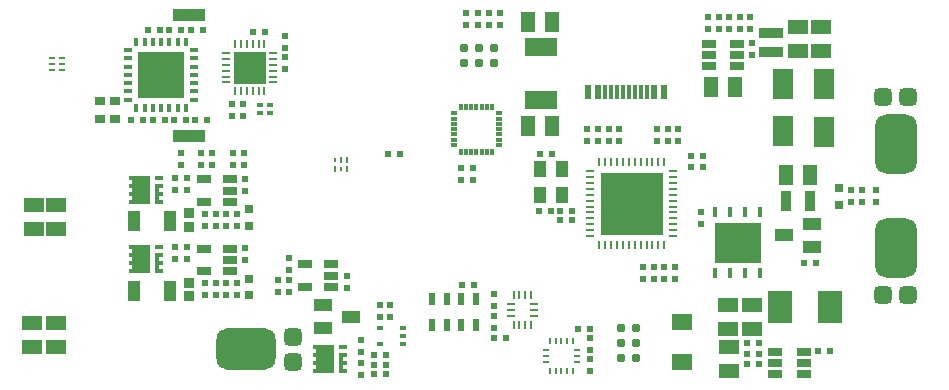
<source format=gtp>
G04*
G04 #@! TF.GenerationSoftware,Altium Limited,Altium Designer,20.0.2 (26)*
G04*
G04 Layer_Color=8421504*
%FSLAX25Y25*%
%MOIN*%
G70*
G01*
G75*
%ADD22R,0.06693X0.09843*%
%ADD23R,0.02756X0.02756*%
%ADD24R,0.05906X0.03937*%
%ADD25R,0.06693X0.05512*%
%ADD26R,0.04724X0.02756*%
%ADD27R,0.20866X0.20866*%
%ADD28O,0.00984X0.03150*%
%ADD29O,0.03150X0.00984*%
%ADD30R,0.00787X0.01968*%
%ADD31R,0.00787X0.01772*%
G04:AMPARAMS|DCode=32|XSize=196.85mil|YSize=137.8mil|CornerRadius=34.45mil|HoleSize=0mil|Usage=FLASHONLY|Rotation=90.000|XOffset=0mil|YOffset=0mil|HoleType=Round|Shape=RoundedRectangle|*
%AMROUNDEDRECTD32*
21,1,0.19685,0.06890,0,0,90.0*
21,1,0.12795,0.13780,0,0,90.0*
1,1,0.06890,0.03445,0.06398*
1,1,0.06890,0.03445,-0.06398*
1,1,0.06890,-0.03445,-0.06398*
1,1,0.06890,-0.03445,0.06398*
%
%ADD32ROUNDEDRECTD32*%
G04:AMPARAMS|DCode=33|XSize=59.06mil|YSize=59.06mil|CornerRadius=14.76mil|HoleSize=0mil|Usage=FLASHONLY|Rotation=90.000|XOffset=0mil|YOffset=0mil|HoleType=Round|Shape=RoundedRectangle|*
%AMROUNDEDRECTD33*
21,1,0.05906,0.02953,0,0,90.0*
21,1,0.02953,0.05906,0,0,90.0*
1,1,0.02953,0.01476,0.01476*
1,1,0.02953,0.01476,-0.01476*
1,1,0.02953,-0.01476,-0.01476*
1,1,0.02953,-0.01476,0.01476*
%
%ADD33ROUNDEDRECTD33*%
G04:AMPARAMS|DCode=34|XSize=196.85mil|YSize=137.8mil|CornerRadius=34.45mil|HoleSize=0mil|Usage=FLASHONLY|Rotation=180.000|XOffset=0mil|YOffset=0mil|HoleType=Round|Shape=RoundedRectangle|*
%AMROUNDEDRECTD34*
21,1,0.19685,0.06890,0,0,180.0*
21,1,0.12795,0.13780,0,0,180.0*
1,1,0.06890,-0.06398,0.03445*
1,1,0.06890,0.06398,0.03445*
1,1,0.06890,0.06398,-0.03445*
1,1,0.06890,-0.06398,-0.03445*
%
%ADD34ROUNDEDRECTD34*%
G04:AMPARAMS|DCode=35|XSize=59.06mil|YSize=59.06mil|CornerRadius=14.76mil|HoleSize=0mil|Usage=FLASHONLY|Rotation=180.000|XOffset=0mil|YOffset=0mil|HoleType=Round|Shape=RoundedRectangle|*
%AMROUNDEDRECTD35*
21,1,0.05906,0.02953,0,0,180.0*
21,1,0.02953,0.05906,0,0,180.0*
1,1,0.02953,-0.01476,0.01476*
1,1,0.02953,0.01476,0.01476*
1,1,0.02953,0.01476,-0.01476*
1,1,0.02953,-0.01476,-0.01476*
%
%ADD35ROUNDEDRECTD35*%
%ADD36R,0.02000X0.02400*%
%ADD37R,0.01181X0.04921*%
%ADD38C,0.03098*%
%ADD39R,0.02362X0.04921*%
%ADD40R,0.10630X0.03937*%
%ADD41R,0.02400X0.02000*%
%ADD42R,0.11024X0.05906*%
%ADD43R,0.04500X0.06500*%
%ADD44R,0.03500X0.06500*%
%ADD45R,0.01968X0.01575*%
%ADD46R,0.03150X0.01378*%
%ADD47R,0.01772X0.06614*%
%ADD48R,0.06102X0.09291*%
%ADD49R,0.06500X0.04500*%
%ADD50R,0.03543X0.03543*%
%ADD51R,0.04000X0.07000*%
%ADD52O,0.00866X0.02756*%
%ADD53O,0.02756X0.00866*%
%ADD54R,0.10551X0.10551*%
%ADD55R,0.02165X0.01181*%
%ADD56R,0.01181X0.02165*%
%ADD57R,0.03500X0.02500*%
%ADD58R,0.02165X0.00984*%
%ADD59R,0.15256X0.15256*%
%ADD60R,0.02756X0.01575*%
%ADD61R,0.01575X0.02756*%
%ADD62R,0.15748X0.13386*%
%ADD63R,0.01772X0.03543*%
%ADD64R,0.02362X0.01654*%
%ADD65R,0.07874X0.10984*%
%ADD66R,0.07874X0.03347*%
%ADD67R,0.04331X0.05512*%
%ADD68R,0.01968X0.00984*%
%ADD69R,0.00984X0.01968*%
%ADD70R,0.00984X0.02657*%
%ADD71R,0.02657X0.00984*%
%ADD72R,0.02362X0.04331*%
D22*
X86713Y37445D02*
D03*
Y21697D02*
D03*
X100394Y21654D02*
D03*
Y37402D02*
D03*
D23*
X105512Y2756D02*
D03*
Y-2756D02*
D03*
X-91244Y-4330D02*
D03*
Y-9842D02*
D03*
X-91241Y-32929D02*
D03*
Y-27417D02*
D03*
D24*
X87008Y-12992D02*
D03*
X96457Y-16732D02*
D03*
Y-9252D02*
D03*
X-66489Y-43752D02*
D03*
Y-36271D02*
D03*
X-57040Y-40012D02*
D03*
D25*
X53150Y-55118D02*
D03*
Y-41732D02*
D03*
D26*
X-63779Y-26378D02*
D03*
X-72441Y-22638D02*
D03*
Y-30118D02*
D03*
X-63779Y-30118D02*
D03*
Y-22638D02*
D03*
X-97543Y5709D02*
D03*
Y-1772D02*
D03*
X-106205Y-1772D02*
D03*
Y5709D02*
D03*
X-97543Y1969D02*
D03*
X-97539Y-21118D02*
D03*
X-106201Y-17378D02*
D03*
Y-24858D02*
D03*
X-97539Y-24858D02*
D03*
Y-17378D02*
D03*
X84252Y-55512D02*
D03*
X93701Y-59252D02*
D03*
Y-55512D02*
D03*
Y-51772D02*
D03*
X84252D02*
D03*
Y-59252D02*
D03*
X62205Y47244D02*
D03*
X71653Y43504D02*
D03*
Y47244D02*
D03*
Y50984D02*
D03*
X62205D02*
D03*
Y43504D02*
D03*
D27*
X36417Y-2362D02*
D03*
D28*
X25591Y11417D02*
D03*
X27559D02*
D03*
X29528D02*
D03*
X31496D02*
D03*
X33465D02*
D03*
X35433D02*
D03*
X37402D02*
D03*
X39370D02*
D03*
X41339D02*
D03*
X43307D02*
D03*
X45276D02*
D03*
X47244D02*
D03*
Y-16142D02*
D03*
X45276D02*
D03*
X43307D02*
D03*
X41339D02*
D03*
X39370D02*
D03*
X37402D02*
D03*
X35433D02*
D03*
X33465D02*
D03*
X31496D02*
D03*
X29528D02*
D03*
X27559D02*
D03*
X25591D02*
D03*
D29*
X50197Y8465D02*
D03*
Y6496D02*
D03*
Y4528D02*
D03*
Y2559D02*
D03*
Y591D02*
D03*
Y-1378D02*
D03*
Y-3347D02*
D03*
Y-5315D02*
D03*
Y-7283D02*
D03*
Y-9252D02*
D03*
Y-11220D02*
D03*
Y-13189D02*
D03*
X22638D02*
D03*
Y-11220D02*
D03*
Y-9252D02*
D03*
Y-7283D02*
D03*
Y-5315D02*
D03*
Y-3347D02*
D03*
Y-1378D02*
D03*
Y591D02*
D03*
Y2559D02*
D03*
Y4528D02*
D03*
Y6496D02*
D03*
Y8465D02*
D03*
D30*
X-62598Y9154D02*
D03*
X-58661D02*
D03*
Y12106D02*
D03*
X-60630D02*
D03*
D31*
Y9154D02*
D03*
X-62598Y12106D02*
D03*
D32*
X124409Y-17224D02*
D03*
X124409Y17421D02*
D03*
D33*
X128504Y-32972D02*
D03*
X120315D02*
D03*
X128504Y33169D02*
D03*
X120315D02*
D03*
D34*
X-92126Y-50984D02*
D03*
D35*
X-76378Y-46890D02*
D03*
Y-55079D02*
D03*
D36*
X22472Y-44094D02*
D03*
X18473D02*
D03*
X-16553Y9422D02*
D03*
X-20553D02*
D03*
X-120835Y55512D02*
D03*
X-124835D02*
D03*
X60268Y13386D02*
D03*
X56268D02*
D03*
X-49398Y-59303D02*
D03*
X-45398D02*
D03*
X-44700Y14200D02*
D03*
X-40700D02*
D03*
X78772Y-55905D02*
D03*
X74772D02*
D03*
Y-52362D02*
D03*
X78772D02*
D03*
X-49398Y-56154D02*
D03*
X-45398D02*
D03*
X-115681Y-16949D02*
D03*
X-111681D02*
D03*
X-115685Y6137D02*
D03*
X-111685D02*
D03*
X-111681Y-20887D02*
D03*
X-115681D02*
D03*
X-111685Y2200D02*
D03*
X-115685D02*
D03*
X97669Y-22047D02*
D03*
X93669D02*
D03*
X78772Y-48819D02*
D03*
X74772D02*
D03*
X98394Y-51575D02*
D03*
X102394D02*
D03*
X60268Y9843D02*
D03*
X56268D02*
D03*
X12567Y-7874D02*
D03*
X16567D02*
D03*
X-16504Y5512D02*
D03*
X-20504D02*
D03*
X-85795Y54724D02*
D03*
X-89795D02*
D03*
X-45398Y-53004D02*
D03*
X-49398D02*
D03*
X12567Y-4724D02*
D03*
X16567D02*
D03*
X5480D02*
D03*
X9480D02*
D03*
X9874Y14173D02*
D03*
X5874D02*
D03*
X-9480Y-47244D02*
D03*
X-5480D02*
D03*
X-116173Y25591D02*
D03*
X-112173D02*
D03*
X-117748Y55512D02*
D03*
X-113748D02*
D03*
X-126347Y25591D02*
D03*
X-130347D02*
D03*
X-106661Y55512D02*
D03*
X-110661D02*
D03*
X-123260Y25591D02*
D03*
X-119260D02*
D03*
X-105087D02*
D03*
X-109087D02*
D03*
X-20110Y-29528D02*
D03*
X-16110D02*
D03*
D37*
X35433Y34744D02*
D03*
X37402D02*
D03*
X41339D02*
D03*
X39370D02*
D03*
X33465D02*
D03*
X31496D02*
D03*
X29528D02*
D03*
X27559D02*
D03*
D38*
X37677Y-53819D02*
D03*
X32677D02*
D03*
X37677Y-48819D02*
D03*
X32677D02*
D03*
X37677Y-43819D02*
D03*
X32677D02*
D03*
X-9567Y49606D02*
D03*
Y44606D02*
D03*
X-14567Y49606D02*
D03*
Y44606D02*
D03*
X-19567Y49606D02*
D03*
Y44606D02*
D03*
D39*
X47047Y34744D02*
D03*
X43898D02*
D03*
X25000D02*
D03*
X21850D02*
D03*
D40*
X-111221Y60433D02*
D03*
X-111221Y20276D02*
D03*
D41*
X-103543Y10598D02*
D03*
Y14598D02*
D03*
X-107087Y10598D02*
D03*
Y14598D02*
D03*
X43701Y-27591D02*
D03*
Y-23591D02*
D03*
X47244Y-27591D02*
D03*
Y-23591D02*
D03*
X-81496Y-31921D02*
D03*
Y-27921D02*
D03*
X-92913Y14598D02*
D03*
Y10598D02*
D03*
X-96457Y14598D02*
D03*
Y10598D02*
D03*
X-113779Y14598D02*
D03*
Y10598D02*
D03*
X-14961Y57055D02*
D03*
Y61055D02*
D03*
X-44248Y-40043D02*
D03*
Y-36043D02*
D03*
X-47398Y-40043D02*
D03*
Y-36043D02*
D03*
X-53937Y-48000D02*
D03*
Y-52000D02*
D03*
X61811Y59874D02*
D03*
Y55874D02*
D03*
X44882Y22472D02*
D03*
Y18472D02*
D03*
X32283Y22472D02*
D03*
Y18472D02*
D03*
X28740Y22472D02*
D03*
Y18472D02*
D03*
X48425D02*
D03*
Y22472D02*
D03*
X-11024Y61055D02*
D03*
Y57055D02*
D03*
X-53937Y-59480D02*
D03*
Y-55480D02*
D03*
X-95177Y-32961D02*
D03*
Y-28960D02*
D03*
X-95181Y-9874D02*
D03*
Y-5874D02*
D03*
X-92421Y-17150D02*
D03*
Y-21149D02*
D03*
X-92425Y5937D02*
D03*
Y1937D02*
D03*
X-102264Y-28960D02*
D03*
Y-32961D02*
D03*
X-102268Y-5874D02*
D03*
Y-9874D02*
D03*
X-105807Y-28960D02*
D03*
Y-32961D02*
D03*
X-105811Y-5874D02*
D03*
Y-9874D02*
D03*
X65354Y55874D02*
D03*
Y59874D02*
D03*
X51968Y22472D02*
D03*
Y18472D02*
D03*
X109449Y2000D02*
D03*
Y-2000D02*
D03*
X117717D02*
D03*
Y2000D02*
D03*
X40157Y-27591D02*
D03*
Y-23591D02*
D03*
X50787D02*
D03*
Y-27591D02*
D03*
X75984Y55874D02*
D03*
Y59874D02*
D03*
X72441Y55874D02*
D03*
Y59874D02*
D03*
X-18898Y57055D02*
D03*
Y61055D02*
D03*
X68898Y59874D02*
D03*
Y55874D02*
D03*
X76378Y51213D02*
D03*
Y47213D02*
D03*
X21654Y22472D02*
D03*
Y18472D02*
D03*
X25197Y22472D02*
D03*
Y18472D02*
D03*
X59449Y-9087D02*
D03*
Y-5087D02*
D03*
X-7500Y61000D02*
D03*
Y57000D02*
D03*
X-96850Y26740D02*
D03*
Y30740D02*
D03*
X-93307Y26740D02*
D03*
Y30740D02*
D03*
X-79134Y53575D02*
D03*
Y49575D02*
D03*
Y42488D02*
D03*
Y46488D02*
D03*
X-98721Y-28960D02*
D03*
Y-32961D02*
D03*
X-98724Y-5874D02*
D03*
Y-9874D02*
D03*
X112992Y-2000D02*
D03*
Y2000D02*
D03*
X-9449Y-36646D02*
D03*
Y-32646D02*
D03*
X22441Y-54299D02*
D03*
Y-58299D02*
D03*
Y-51213D02*
D03*
Y-47213D02*
D03*
X-9449Y-39732D02*
D03*
Y-43732D02*
D03*
X-77953Y-27921D02*
D03*
Y-31921D02*
D03*
Y-24441D02*
D03*
Y-20441D02*
D03*
X-58661Y-26346D02*
D03*
Y-30347D02*
D03*
D42*
X6299Y49803D02*
D03*
Y32087D02*
D03*
D43*
X9843Y58268D02*
D03*
X1843D02*
D03*
X9905Y23622D02*
D03*
X1905D02*
D03*
X87732Y7087D02*
D03*
X95732D02*
D03*
X62929Y36614D02*
D03*
X70929D02*
D03*
D44*
X87732Y-1575D02*
D03*
X95732D02*
D03*
D45*
X-87402Y30512D02*
D03*
Y27756D02*
D03*
X-84252Y30512D02*
D03*
Y27756D02*
D03*
D46*
X-121063Y-16929D02*
D03*
Y-19567D02*
D03*
Y-22205D02*
D03*
Y-24843D02*
D03*
X-129921D02*
D03*
Y-22205D02*
D03*
Y-19567D02*
D03*
Y-16929D02*
D03*
X-121067Y6157D02*
D03*
Y3520D02*
D03*
Y882D02*
D03*
Y-1756D02*
D03*
X-129925D02*
D03*
Y882D02*
D03*
Y3520D02*
D03*
Y6157D02*
D03*
X-59744Y-50137D02*
D03*
Y-52775D02*
D03*
Y-55413D02*
D03*
Y-58051D02*
D03*
X-68602D02*
D03*
Y-55413D02*
D03*
Y-52775D02*
D03*
Y-50137D02*
D03*
D47*
X-121763Y-22229D02*
D03*
X-121767Y857D02*
D03*
X-60444Y-55437D02*
D03*
D48*
X-127067Y-20886D02*
D03*
X-127071Y2201D02*
D03*
X-65748Y-54094D02*
D03*
D49*
X-163386Y-42063D02*
D03*
Y-50063D02*
D03*
X-155512Y-42063D02*
D03*
Y-50063D02*
D03*
X-162992Y-2693D02*
D03*
Y-10693D02*
D03*
X-155512Y-2693D02*
D03*
Y-10693D02*
D03*
X68504Y-44157D02*
D03*
Y-36158D02*
D03*
X76378Y-44157D02*
D03*
Y-36158D02*
D03*
X68898Y-50331D02*
D03*
Y-58331D02*
D03*
X91732Y48362D02*
D03*
Y56362D02*
D03*
X99606Y48362D02*
D03*
Y56362D02*
D03*
D50*
X-111319Y-28760D02*
D03*
Y-33160D02*
D03*
X-111323Y-5674D02*
D03*
Y-10074D02*
D03*
D51*
X-117524Y-31354D02*
D03*
X-129524D02*
D03*
X-117527Y-8268D02*
D03*
X-129527D02*
D03*
D52*
X-95866Y35039D02*
D03*
X-93898D02*
D03*
X-91929D02*
D03*
X-89961D02*
D03*
X-87992D02*
D03*
X-86024D02*
D03*
Y50787D02*
D03*
X-87992D02*
D03*
X-89961D02*
D03*
X-91929D02*
D03*
X-93898D02*
D03*
X-95866D02*
D03*
D53*
X-83071Y37992D02*
D03*
Y39961D02*
D03*
Y41929D02*
D03*
Y43898D02*
D03*
Y45866D02*
D03*
Y47835D02*
D03*
X-98819D02*
D03*
Y45866D02*
D03*
Y43898D02*
D03*
Y41929D02*
D03*
Y39961D02*
D03*
Y37992D02*
D03*
D54*
X-90945Y42913D02*
D03*
D55*
X-22835Y17126D02*
D03*
Y18898D02*
D03*
Y20669D02*
D03*
Y22441D02*
D03*
Y24213D02*
D03*
Y25984D02*
D03*
Y27756D02*
D03*
X-7874D02*
D03*
Y25984D02*
D03*
Y24213D02*
D03*
Y22441D02*
D03*
Y20669D02*
D03*
Y18898D02*
D03*
Y17126D02*
D03*
D56*
X-20669Y29921D02*
D03*
X-18898D02*
D03*
X-17126D02*
D03*
X-15354D02*
D03*
X-13583D02*
D03*
X-11811D02*
D03*
X-10039D02*
D03*
Y14961D02*
D03*
X-11811D02*
D03*
X-13583D02*
D03*
X-15354D02*
D03*
X-17126D02*
D03*
X-18898D02*
D03*
X-20669D02*
D03*
D57*
X-140945Y25740D02*
D03*
Y31740D02*
D03*
X-135827Y25740D02*
D03*
Y31740D02*
D03*
D58*
X-153543Y42126D02*
D03*
Y44094D02*
D03*
Y46063D02*
D03*
X-156693D02*
D03*
Y44094D02*
D03*
Y42126D02*
D03*
D59*
X-120472Y40551D02*
D03*
D60*
X-131496Y32283D02*
D03*
Y35039D02*
D03*
Y37795D02*
D03*
Y40551D02*
D03*
Y43307D02*
D03*
Y46063D02*
D03*
Y48819D02*
D03*
X-109449Y48819D02*
D03*
Y46063D02*
D03*
Y43307D02*
D03*
Y40551D02*
D03*
Y37795D02*
D03*
Y35039D02*
D03*
Y32283D02*
D03*
D61*
X-112205Y29528D02*
D03*
X-114961D02*
D03*
X-117717D02*
D03*
X-120472D02*
D03*
X-123228D02*
D03*
X-125984D02*
D03*
X-128740D02*
D03*
Y51575D02*
D03*
X-125984D02*
D03*
X-123228D02*
D03*
X-120472D02*
D03*
X-117717D02*
D03*
X-114961D02*
D03*
X-112205D02*
D03*
D62*
X71791Y-15354D02*
D03*
D63*
X64291Y-5118D02*
D03*
X69291D02*
D03*
X74291D02*
D03*
X79291D02*
D03*
Y-25591D02*
D03*
X74291D02*
D03*
X69291D02*
D03*
X64291D02*
D03*
D64*
X-39961Y-49016D02*
D03*
Y-46457D02*
D03*
Y-43898D02*
D03*
X-47441D02*
D03*
Y-49016D02*
D03*
D65*
X102362Y-37008D02*
D03*
X85827D02*
D03*
D66*
X82677Y54331D02*
D03*
Y48031D02*
D03*
D67*
X5906Y394D02*
D03*
X12992D02*
D03*
X5906Y9055D02*
D03*
X12992D02*
D03*
D68*
X7842Y-51161D02*
D03*
Y-53130D02*
D03*
Y-55098D02*
D03*
X18079D02*
D03*
Y-51161D02*
D03*
Y-53130D02*
D03*
D69*
X9024Y-58248D02*
D03*
X10992D02*
D03*
X12961D02*
D03*
X14929D02*
D03*
X16898D02*
D03*
Y-48012D02*
D03*
X14929D02*
D03*
X12961D02*
D03*
X10992D02*
D03*
X9024D02*
D03*
D70*
X2921Y-32998D02*
D03*
X953D02*
D03*
X-1016D02*
D03*
X-2984D02*
D03*
Y-42939D02*
D03*
X-1016D02*
D03*
X953D02*
D03*
X2921D02*
D03*
D71*
X-3984Y-37969D02*
D03*
Y-39937D02*
D03*
Y-36000D02*
D03*
X3921D02*
D03*
Y-39937D02*
D03*
Y-37969D02*
D03*
D72*
X-30217Y-42913D02*
D03*
X-25295D02*
D03*
X-20374D02*
D03*
X-15453D02*
D03*
X-30217Y-34252D02*
D03*
X-25295D02*
D03*
X-20374D02*
D03*
X-15453D02*
D03*
M02*

</source>
